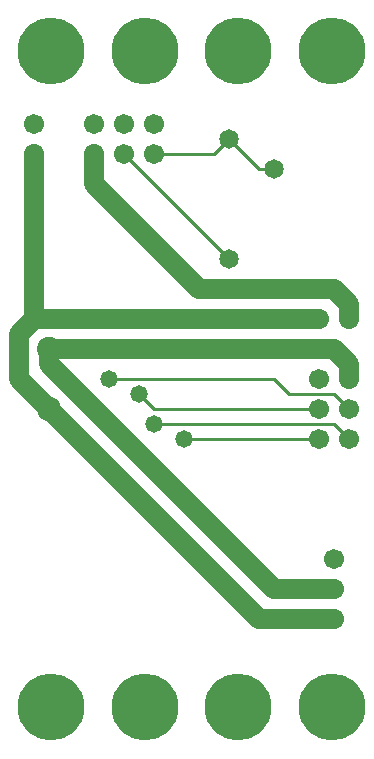
<source format=gbl>
%MOIN*%
%FSLAX25Y25*%
G04 D10 used for Character Trace; *
G04     Circle (OD=.01000) (No hole)*
G04 D11 used for Power Trace; *
G04     Circle (OD=.06700) (No hole)*
G04 D12 used for Signal Trace; *
G04     Circle (OD=.01100) (No hole)*
G04 D13 used for Via; *
G04     Circle (OD=.05800) (Round. Hole ID=.02800)*
G04 D14 used for Component hole; *
G04     Circle (OD=.06500) (Round. Hole ID=.03500)*
G04 D15 used for Component hole; *
G04     Circle (OD=.06700) (Round. Hole ID=.04300)*
G04 D16 used for Component hole; *
G04     Circle (OD=.08100) (Round. Hole ID=.05100)*
G04 D17 used for Component hole; *
G04     Circle (OD=.08900) (Round. Hole ID=.05900)*
G04 D18 used for Component hole; *
G04     Circle (OD=.11300) (Round. Hole ID=.08300)*
G04 D19 used for Component hole; *
G04     Circle (OD=.16000) (Round. Hole ID=.13000)*
G04 D20 used for Component hole; *
G04     Circle (OD=.18300) (Round. Hole ID=.15300)*
G04 D21 used for Component hole; *
G04     Circle (OD=.22291) (Round. Hole ID=.19291)*
%ADD10C,.01000*%
%ADD11C,.06700*%
%ADD12C,.01100*%
%ADD13C,.05800*%
%ADD14C,.06500*%
%ADD15C,.06700*%
%ADD16C,.08100*%
%ADD17C,.08900*%
%ADD18C,.11300*%
%ADD19C,.16000*%
%ADD20C,.18300*%
%ADD21C,.22291*%
%IPPOS*%
%LPD*%
G90*X0Y0D02*D21*X15625Y15625D03*X46875D03*        
X78125D03*D11*X85000Y45000D02*X110000D01*D15*D03* 
Y55000D03*D11*X90000D01*X15000Y130000D01*         
Y135000D01*D16*D03*D11*X110000D01*                
X115000Y130000D01*Y125000D01*D15*D03*D12*         
Y115000D02*X110000Y120000D01*D15*                 
X115000Y115000D03*D12*X95000Y120000D02*X110000D01*
X95000D02*X90000Y125000D01*X35000D01*D13*D03*     
X45000Y120000D03*D12*X50000Y115000D01*X105000D01* 
D15*D03*D12*X115000Y105000D02*X110000Y110000D01*  
D15*X115000Y105000D03*D12*X50000Y110000D02*       
X110000D01*D13*X50000D03*X60000Y105000D03*D12*    
X105000D01*D15*D03*Y125000D03*X115000Y145000D03*  
D11*Y150000D01*X110000Y155000D01*X90000D01*D14*   
D03*D11*X65000D01*X30000Y190000D01*Y200000D01*D15*
D03*X40000Y210000D03*Y200000D03*D12*              
X75000Y165000D01*D14*D03*D15*X105000Y145000D03*   
D11*X10000D01*X5000Y140000D01*Y125000D01*         
X15000Y115000D01*D16*D03*D11*X85000Y45000D01*D15* 
X110000Y65000D03*D21*X109375Y15625D03*D11*        
X10000Y145000D02*Y200000D01*D15*D03*Y210000D03*   
X30000D03*D21*X46875Y234375D03*X15625D03*D15*     
X50000Y200000D03*D12*X70000D01*X75000Y205000D01*  
D14*D03*D12*X85000Y195000D01*X90000D01*D14*D03*   
D21*X109375Y234375D03*D15*X50000Y210000D03*D21*   
X78125Y234375D03*M02*                             

</source>
